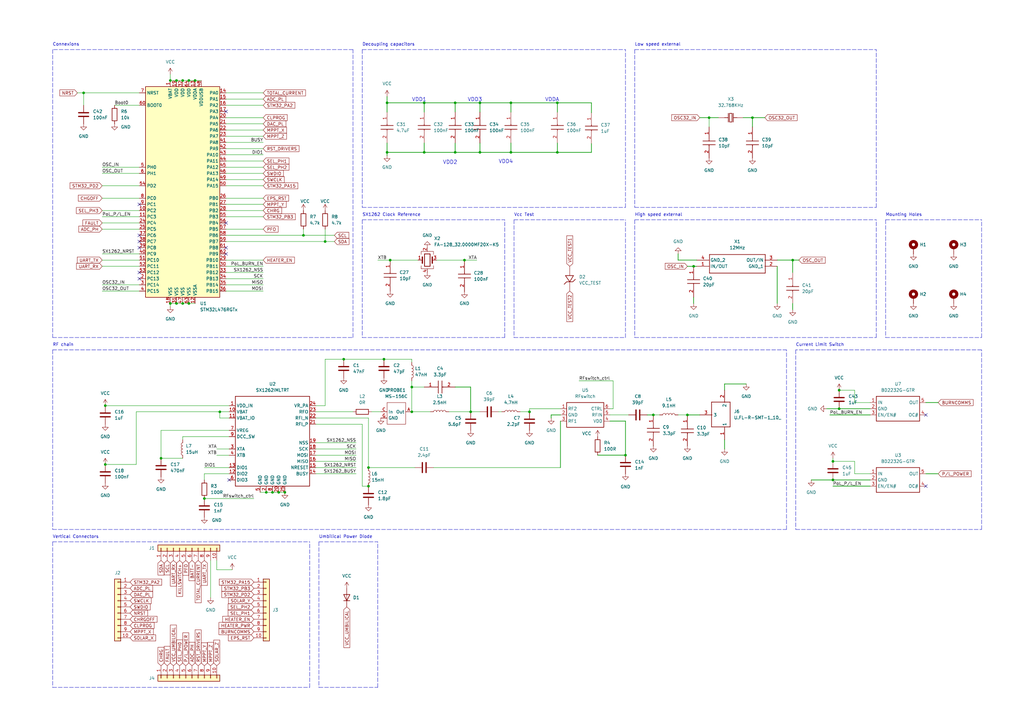
<source format=kicad_sch>
(kicad_sch (version 20211123) (generator eeschema)
  (paper "A3")
  (junction (at 158.75 62.4841))
  (junction (at 228.6 42.1641))
  (junction (at 209.55 42.1641))
  (junction (at 439.42 171.45))
  (junction (at 256.54 186.69))
  (junction (at 90.17 168.91))
  (junction (at 158.75 42.1641))
  (junction (at 190.5 106.68))
  (junction (at 72.39 33.02))
  (junction (at 69.85 124.46))
  (junction (at 43.18 190.5))
  (junction (at 341.63 196.85))
  (junction (at 228.6 62.4841))
  (junction (at 140.97 147.32))
  (junction (at 69.85 33.02))
  (junction (at 217.17 168.91))
  (junction (at 124.46 96.52))
  (junction (at 344.17 160.02))
  (junction (at 114.3 201.93))
  (junction (at 341.63 189.23))
  (junction (at 168.91 158.75))
  (junction (at 186.69 62.4841))
  (junction (at 186.69 42.1641))
  (junction (at 196.85 62.4841))
  (junction (at 116.84 201.93))
  (junction (at 77.47 33.02))
  (junction (at 284.48 109.2201))
  (junction (at 193.04 168.91))
  (junction (at 74.93 124.46))
  (junction (at 72.39 124.46))
  (junction (at 439.42 179.07))
  (junction (at 267.97 170.18))
  (junction (at 209.55 62.4841))
  (junction (at 160.02 106.68))
  (junction (at 196.85 42.1641))
  (junction (at 151.13 199.39))
  (junction (at 74.93 33.02))
  (junction (at 344.17 167.64))
  (junction (at 281.94 170.18))
  (junction (at 34.29 38.1))
  (junction (at 83.82 204.47))
  (junction (at 111.76 201.93))
  (junction (at 325.12 106.68))
  (junction (at 109.22 201.93))
  (junction (at 173.99 62.4841))
  (junction (at 308.61 48.26))
  (junction (at 168.91 168.91))
  (junction (at 80.01 33.02))
  (junction (at 43.18 166.37))
  (junction (at 133.35 99.06))
  (junction (at 290.83 48.26))
  (junction (at 77.47 124.46))
  (junction (at 151.13 191.77))
  (junction (at 173.99 42.1641))
  (junction (at 66.04 187.96))
  (junction (at 157.48 147.32))
  (no_connect (at 472.44 181.61))
  (no_connect (at 57.15 114.3))
  (no_connect (at 57.15 83.82))
  (no_connect (at 93.98 196.85))
  (no_connect (at 92.71 91.44))
  (no_connect (at 379.73 170.18))
  (no_connect (at 57.15 111.76))
  (no_connect (at 57.15 99.06))
  (no_connect (at 57.15 101.6))
  (no_connect (at 57.15 96.52))
  (no_connect (at 379.73 199.39))
  (no_connect (at 92.71 45.72))
  (no_connect (at 92.71 104.14))
  (no_connect (at 92.71 101.6))
  (wire (pts (xy 439.42 179.07) (xy 449.58 179.07)) (stroke (width 0.254)))
  (wire (pts (xy 74.93 124.46) (xy 77.47 124.46)))
  (polyline (pts (xy 260.35 90.17) (xy 359.41 90.17)))
  (polyline (pts (xy 21.59 222.25) (xy 127 222.25)))
  (wire (pts (xy 278.13 170.18) (xy 281.94 170.18)))
  (wire (pts (xy 88.9 233.68) (xy 95.25 233.68)))
  (polyline (pts (xy 154.94 281.94) (xy 154.94 222.25)))
  (wire (pts (xy 173.99 158.75) (xy 168.91 158.75)))
  (polyline (pts (xy 260.35 138.43) (xy 359.41 138.43)))
  (polyline (pts (xy 359.41 85.09) (xy 359.41 20.32)))
  (wire (pts (xy 74.93 180.34) (xy 74.93 179.07)))
  (polyline (pts (xy 144.78 20.32) (xy 21.59 20.32)))
  (wire (pts (xy 133.35 99.06) (xy 92.71 99.06)))
  (wire (pts (xy 160.02 106.68) (xy 171.45 106.68)))
  (polyline (pts (xy 326.39 143.51) (xy 326.39 217.17)))
  (wire (pts (xy 226.06 170.18) (xy 226.06 171.45)) (stroke (width 0.254)))
  (wire (pts (xy 107.95 55.88) (xy 92.71 55.88)))
  (wire (pts (xy 55.88 168.91) (xy 55.88 190.5)))
  (wire (pts (xy 151.13 171.45) (xy 151.13 191.77)))
  (wire (pts (xy 281.94 170.18) (xy 287.02 170.18)) (stroke (width 0.254)))
  (wire (pts (xy 148.59 199.39) (xy 151.13 199.39)))
  (wire (pts (xy 242.57 46.2282) (xy 242.57 42.1641)) (stroke (width 0.254)))
  (polyline (pts (xy 21.59 143.51) (xy 21.59 217.17)))
  (wire (pts (xy 86.36 229.87) (xy 86.36 245.11)))
  (wire (pts (xy 92.71 88.9) (xy 107.95 88.9)))
  (wire (pts (xy 107.95 48.26) (xy 92.71 48.26)))
  (wire (pts (xy 344.17 167.64) (xy 356.87 167.64)) (stroke (width 0.254)))
  (polyline (pts (xy 256.54 138.43) (xy 256.54 90.17)))
  (wire (pts (xy 72.39 33.02) (xy 74.93 33.02)))
  (wire (pts (xy 140.97 147.32) (xy 133.35 147.32)))
  (wire (pts (xy 34.29 43.18) (xy 34.29 38.1)))
  (wire (pts (xy 284.48 124.46) (xy 284.48 121.92)) (stroke (width 0.254)))
  (wire (pts (xy 106.68 201.93) (xy 109.22 201.93)))
  (wire (pts (xy 107.95 53.34) (xy 92.71 53.34)))
  (wire (pts (xy 332.74 196.85) (xy 341.63 196.85)) (stroke (width 0.254)))
  (wire (pts (xy 92.71 58.42) (xy 107.95 58.42)))
  (wire (pts (xy 281.94 109.22) (xy 285.75 109.22)) (stroke (width 0.254)))
  (wire (pts (xy 209.55 62.4841) (xy 196.85 62.4841)) (stroke (width 0.254)))
  (wire (pts (xy 129.54 184.15) (xy 146.05 184.15)))
  (wire (pts (xy 439.42 171.45) (xy 449.58 171.45)))
  (wire (pts (xy 318.77 109.22) (xy 318.77 124.46)) (stroke (width 0.254)))
  (polyline (pts (xy 21.59 281.94) (xy 127 281.94)))
  (wire (pts (xy 209.55 42.1641) (xy 196.85 42.1641)) (stroke (width 0.254)))
  (polyline (pts (xy 21.59 222.25) (xy 21.59 281.94)))
  (wire (pts (xy 297.18 157.48) (xy 297.18 160.02)) (stroke (width 0.254)))
  (wire (pts (xy 339.09 167.64) (xy 344.17 167.64)) (stroke (width 0.254)))
  (wire (pts (xy 114.3 201.93) (xy 116.84 201.93)))
  (polyline (pts (xy 21.59 217.17) (xy 322.58 217.17)))
  (wire (pts (xy 251.46 156.21) (xy 237.49 156.21)))
  (wire (pts (xy 158.75 62.4841) (xy 158.75 63.7541)) (stroke (width 0.254)))
  (wire (pts (xy 250.19 172.72) (xy 256.54 172.72)) (stroke (width 0.254)))
  (polyline (pts (xy 127 281.94) (xy 127 222.25)))
  (wire (pts (xy 107.95 71.12) (xy 92.71 71.12)))
  (wire (pts (xy 193.04 158.75) (xy 193.04 168.91)) (stroke (width 0.254)))
  (wire (pts (xy 41.91 106.68) (xy 57.15 106.68)))
  (polyline (pts (xy 148.59 90.17) (xy 207.01 90.17)))
  (polyline (pts (xy 402.59 217.17) (xy 402.59 143.51)))
  (wire (pts (xy 158.75 58.674) (xy 158.75 62.4841)) (stroke (width 0.254)))
  (wire (pts (xy 173.99 42.1641) (xy 186.69 42.1641)) (stroke (width 0.254)))
  (wire (pts (xy 242.57 58.9281) (xy 242.57 62.4841)) (stroke (width 0.254)))
  (wire (pts (xy 384.81 165.1) (xy 379.73 165.1)) (stroke (width 0.254)))
  (wire (pts (xy 270.51 170.18) (xy 267.97 170.18)))
  (wire (pts (xy 107.95 73.66) (xy 92.71 73.66)))
  (wire (pts (xy 173.99 58.674) (xy 173.99 62.4841)) (stroke (width 0.254)))
  (polyline (pts (xy 260.35 20.32) (xy 260.35 85.09)))
  (wire (pts (xy 41.91 68.58) (xy 57.15 68.58)))
  (polyline (pts (xy 210.82 138.43) (xy 256.54 138.43)))
  (wire (pts (xy 124.46 93.98) (xy 124.46 96.52)))
  (wire (pts (xy 109.22 201.93) (xy 111.76 201.93)))
  (wire (pts (xy 186.69 42.1641) (xy 196.85 42.1641)) (stroke (width 0.254)))
  (wire (pts (xy 356.87 165.1) (xy 350.52 165.1)))
  (wire (pts (xy 173.99 62.4841) (xy 158.75 62.4841)) (stroke (width 0.254)))
  (wire (pts (xy 107.95 60.96) (xy 92.71 60.96)))
  (wire (pts (xy 265.43 170.18) (xy 267.97 170.18)) (stroke (width 0.254)))
  (wire (pts (xy 152.4 168.91) (xy 156.21 168.91)))
  (polyline (pts (xy 148.59 85.09) (xy 256.54 85.09)))
  (polyline (pts (xy 148.59 90.17) (xy 148.59 138.43)))
  (wire (pts (xy 133.35 166.37) (xy 129.54 166.37)))
  (polyline (pts (xy 402.59 138.43) (xy 402.59 90.17)))
  (wire (pts (xy 83.82 191.77) (xy 93.98 191.77)))
  (wire (pts (xy 77.47 124.46) (xy 80.01 124.46)))
  (wire (pts (xy 245.11 186.69) (xy 256.54 186.69)) (stroke (width 0.254)))
  (wire (pts (xy 129.54 181.61) (xy 146.05 181.61)))
  (polyline (pts (xy 207.01 138.43) (xy 207.01 90.17)))
  (wire (pts (xy 256.54 172.72) (xy 256.54 186.69)) (stroke (width 0.254)))
  (wire (pts (xy 229.87 167.64) (xy 217.17 167.64)))
  (polyline (pts (xy 402.59 143.51) (xy 326.39 143.51)))
  (wire (pts (xy 88.9 233.68) (xy 88.9 229.87)))
  (wire (pts (xy 69.85 125.73) (xy 69.85 124.46)))
  (wire (pts (xy 157.48 147.32) (xy 140.97 147.32)))
  (wire (pts (xy 66.04 176.53) (xy 66.04 187.96)))
  (wire (pts (xy 46.99 43.18) (xy 57.15 43.18)))
  (wire (pts (xy 318.77 106.68) (xy 325.12 106.68)) (stroke (width 0.254)))
  (wire (pts (xy 251.46 167.64) (xy 250.19 167.64)))
  (wire (pts (xy 69.85 124.46) (xy 72.39 124.46)))
  (wire (pts (xy 341.63 196.85) (xy 356.87 196.85)) (stroke (width 0.254)))
  (wire (pts (xy 297.18 184.15) (xy 297.18 180.34)) (stroke (width 0.254)))
  (wire (pts (xy 107.95 40.64) (xy 92.71 40.64)))
  (wire (pts (xy 173.99 45.9741) (xy 173.99 42.1641)) (stroke (width 0.254)))
  (wire (pts (xy 179.07 106.68) (xy 190.5 106.68)))
  (wire (pts (xy 190.5 106.9341) (xy 190.5 106.68)))
  (wire (pts (xy 242.57 62.4841) (xy 228.6 62.4841)) (stroke (width 0.254)))
  (wire (pts (xy 151.13 191.77) (xy 170.18 191.77)))
  (wire (pts (xy 350.52 189.23) (xy 341.63 189.23)))
  (wire (pts (xy 41.91 86.36) (xy 57.15 86.36)))
  (wire (pts (xy 154.94 106.68) (xy 160.02 106.68)))
  (wire (pts (xy 107.95 43.18) (xy 92.71 43.18)))
  (polyline (pts (xy 260.35 85.09) (xy 359.41 85.09)))
  (wire (pts (xy 41.91 91.44) (xy 57.15 91.44)))
  (wire (pts (xy 228.6 62.4841) (xy 209.55 62.4841)) (stroke (width 0.254)))
  (wire (pts (xy 251.46 167.64) (xy 251.46 156.21)))
  (wire (pts (xy 43.18 166.37) (xy 93.98 166.37)))
  (wire (pts (xy 129.54 189.23) (xy 146.05 189.23)))
  (wire (pts (xy 217.17 167.64) (xy 217.17 168.91)))
  (wire (pts (xy 92.71 63.5) (xy 107.95 63.5)))
  (wire (pts (xy 290.83 48.26) (xy 290.83 52.07)))
  (wire (pts (xy 133.35 99.06) (xy 137.16 99.06)))
  (wire (pts (xy 229.87 170.18) (xy 226.06 170.18)) (stroke (width 0.254)))
  (wire (pts (xy 431.8 179.07) (xy 439.42 179.07)) (stroke (width 0.254)))
  (wire (pts (xy 443.23 181.61) (xy 449.58 181.61)) (stroke (width 0.254)))
  (wire (pts (xy 168.91 147.32) (xy 157.48 147.32)))
  (wire (pts (xy 90.17 171.45) (xy 93.98 171.45)))
  (wire (pts (xy 93.98 176.53) (xy 66.04 176.53)))
  (polyline (pts (xy 260.35 90.17) (xy 260.35 138.43)))
  (wire (pts (xy 124.46 96.52) (xy 137.16 96.52)))
  (wire (pts (xy 31.75 38.1) (xy 34.29 38.1)))
  (wire (pts (xy 151.13 171.45) (xy 129.54 171.45)))
  (wire (pts (xy 184.15 168.91) (xy 193.04 168.91)))
  (wire (pts (xy 313.69 48.26) (xy 308.61 48.26)) (stroke (width 0.254)))
  (wire (pts (xy 129.54 168.91) (xy 144.78 168.91)))
  (wire (pts (xy 325.12 127) (xy 325.12 124.46)) (stroke (width 0.254)))
  (wire (pts (xy 308.61 48.26) (xy 304.8 48.26)) (stroke (width 0.254)))
  (wire (pts (xy 77.47 33.02) (xy 80.01 33.02)))
  (wire (pts (xy 384.81 194.31) (xy 379.73 194.31)) (stroke (width 0.254)))
  (wire (pts (xy 111.76 201.93) (xy 114.3 201.93)))
  (wire (pts (xy 290.83 48.26) (xy 294.64 48.26)) (stroke (width 0.254)))
  (wire (pts (xy 325.12 106.68) (xy 325.12 111.76)) (stroke (width 0.254)))
  (polyline (pts (xy 359.41 138.43) (xy 359.41 90.17)))
  (wire (pts (xy 93.98 194.31) (xy 83.82 194.31)))
  (polyline (pts (xy 326.39 217.17) (xy 402.59 217.17)))
  (polyline (pts (xy 148.59 138.43) (xy 207.01 138.43)))
  (wire (pts (xy 341.63 199.39) (xy 356.87 199.39)) (stroke (width 0.254)))
  (wire (pts (xy 41.91 76.2) (xy 57.15 76.2)))
  (wire (pts (xy 308.61 52.07) (xy 308.61 48.26)) (stroke (width 0.254)))
  (wire (pts (xy 41.91 93.98) (xy 57.15 93.98)))
  (wire (pts (xy 267.97 182.88) (xy 267.97 182.8799)) (stroke (width 0.254)))
  (polyline (pts (xy 130.81 222.25) (xy 154.94 222.25)))
  (polyline (pts (xy 21.59 138.43) (xy 144.78 138.43)))
  (wire (pts (xy 90.17 168.91) (xy 90.17 171.45)))
  (wire (pts (xy 107.95 86.36) (xy 92.71 86.36)))
  (wire (pts (xy 449.58 176.53) (xy 449.58 171.45)))
  (polyline (pts (xy 322.58 217.17) (xy 322.58 143.51)))
  (polyline (pts (xy 148.59 20.32) (xy 256.54 20.32)))
  (wire (pts (xy 129.54 194.31) (xy 146.05 194.31)))
  (wire (pts (xy 88.9 184.15) (xy 93.98 184.15)))
  (wire (pts (xy 92.71 93.98) (xy 107.95 93.98)))
  (polyline (pts (xy 130.81 222.25) (xy 130.81 281.94)))
  (polyline (pts (xy 256.54 85.09) (xy 256.54 20.32)))
  (wire (pts (xy 168.91 168.91) (xy 176.53 168.91)))
  (wire (pts (xy 158.75 42.1641) (xy 158.75 45.9741)) (stroke (width 0.254)))
  (wire (pts (xy 83.82 194.31) (xy 83.82 196.85)))
  (wire (pts (xy 41.91 81.28) (xy 57.15 81.28)))
  (wire (pts (xy 350.52 165.1) (xy 350.52 160.02)))
  (wire (pts (xy 92.71 96.52) (xy 124.46 96.52)))
  (wire (pts (xy 350.52 194.31) (xy 350.52 189.23)))
  (wire (pts (xy 41.91 116.84) (xy 57.15 116.84)))
  (wire (pts (xy 350.52 160.02) (xy 344.17 160.02)))
  (wire (pts (xy 278.13 106.68) (xy 278.13 104.14)) (stroke (width 0.254)))
  (polyline (pts (xy 21.59 20.32) (xy 21.59 138.43)))
  (wire (pts (xy 168.91 148.59) (xy 168.91 147.32)))
  (wire (pts (xy 41.91 104.14) (xy 57.15 104.14)))
  (polyline (pts (xy 260.35 20.32) (xy 359.41 20.32)))
  (wire (pts (xy 41.91 71.12) (xy 57.15 71.12)))
  (wire (pts (xy 177.8 191.77) (xy 229.87 191.77)))
  (wire (pts (xy 158.75 39.6241) (xy 158.75 42.1641)) (stroke (width 0.254)))
  (wire (pts (xy 107.95 50.8) (xy 92.71 50.8)))
  (polyline (pts (xy 210.82 90.17) (xy 210.82 138.43)))
  (wire (pts (xy 186.69 42.1641) (xy 186.69 45.9741)) (stroke (width 0.254)))
  (wire (pts (xy 213.36 168.91) (xy 217.17 168.91)))
  (wire (pts (xy 92.71 114.3) (xy 107.95 114.3)))
  (wire (pts (xy 107.95 119.38) (xy 92.71 119.38)))
  (wire (pts (xy 88.9 186.69) (xy 93.98 186.69)))
  (wire (pts (xy 104.14 204.47) (xy 83.82 204.47)))
  (wire (pts (xy 107.95 109.22) (xy 92.71 109.22)))
  (polyline (pts (xy 144.78 138.43) (xy 144.78 20.32)))
  (wire (pts (xy 196.85 58.674) (xy 196.85 62.4841)) (stroke (width 0.254)))
  (wire (pts (xy 107.95 38.1) (xy 92.71 38.1)))
  (wire (pts (xy 242.57 42.1641) (xy 228.6 42.1641)) (stroke (width 0.254)))
  (wire (pts (xy 80.01 33.02) (xy 82.55 33.02)))
  (wire (pts (xy 168.91 158.75) (xy 168.91 156.21)))
  (wire (pts (xy 129.54 191.77) (xy 146.05 191.77)))
  (wire (pts (xy 55.88 190.5) (xy 43.18 190.5)))
  (wire (pts (xy 74.93 179.07) (xy 93.98 179.07)))
  (polyline (pts (xy 363.22 90.17) (xy 402.59 90.17)))
  (wire (pts (xy 133.35 93.98) (xy 133.35 99.06)))
  (wire (pts (xy 92.71 111.76) (xy 107.95 111.76)))
  (wire (pts (xy 186.69 158.75) (xy 193.04 158.75)) (stroke (width 0.254)))
  (polyline (pts (xy 148.59 20.32) (xy 148.59 85.09)))
  (wire (pts (xy 287.02 48.26) (xy 290.83 48.26)) (stroke (width 0.254)))
  (wire (pts (xy 477.52 176.53) (xy 472.44 176.53)) (stroke (width 0.254)))
  (wire (pts (xy 74.93 33.02) (xy 77.47 33.02)))
  (wire (pts (xy 229.87 172.72) (xy 229.87 191.77)) (stroke (width 0.254)))
  (wire (pts (xy 55.88 168.91) (xy 90.17 168.91)))
  (wire (pts (xy 107.95 68.58) (xy 92.71 68.58)))
  (wire (pts (xy 278.13 106.68) (xy 285.75 106.68)) (stroke (width 0.254)))
  (wire (pts (xy 69.85 30.48) (xy 69.85 33.02)))
  (wire (pts (xy 186.69 62.4841) (xy 196.85 62.4841)) (stroke (width 0.254)))
  (wire (pts (xy 34.29 38.1) (xy 57.15 38.1)))
  (wire (pts (xy 69.85 33.02) (xy 72.39 33.02)))
  (polyline (pts (xy 210.82 90.17) (xy 256.54 90.17)))
  (wire (pts (xy 228.6 45.9741) (xy 228.6 42.1641)) (stroke (width 0.254)))
  (wire (pts (xy 257.81 170.18) (xy 250.19 170.18)))
  (wire (pts (xy 107.95 83.82) (xy 92.71 83.82)))
  (wire (pts (xy 209.55 45.9741) (xy 209.55 42.1641)) (stroke (width 0.254)))
  (wire (pts (xy 306.07 157.48) (xy 297.18 157.48)) (stroke (width 0.254)))
  (wire (pts (xy 228.6 42.1641) (xy 209.55 42.1641)) (stroke (width 0.254)))
  (wire (pts (xy 186.69 62.4841) (xy 186.69 58.674)) (stroke (width 0.254)))
  (wire (pts (xy 148.59 173.99) (xy 129.54 173.99)))
  (wire (pts (xy 41.91 88.9) (xy 57.15 88.9)))
  (wire (pts (xy 341.63 187.96) (xy 341.63 189.23)))
  (wire (pts (xy 340.36 170.18) (xy 356.87 170.18)) (stroke (width 0.254)))
  (wire (pts (xy 133.35 147.32) (xy 133.35 166.37)))
  (polyline (pts (xy 363.22 138.43) (xy 402.59 138.43)))
  (wire (pts (xy 195.58 106.68) (xy 190.5 106.68)))
  (wire (pts (xy 204.47 168.91) (xy 205.74 168.91)))
  (wire (pts (xy 107.95 116.84) (xy 92.71 116.84)))
  (wire (pts (xy 72.39 124.46) (xy 74.93 124.46)))
  (wire (pts (xy 327.66 106.68) (xy 325.12 106.68)) (stroke (width 0.254)))
  (wire (pts (xy 107.95 66.04) (xy 92.71 66.04)))
  (wire (pts (xy 107.95 76.2) (xy 92.71 76.2)))
  (wire (pts (xy 173.99 42.1641) (xy 158.75 42.1641)) (stroke (width 0.254)))
  (wire (pts (xy 107.95 81.28) (xy 92.71 81.28)))
  (wire (pts (xy 41.91 119.38) (xy 57.15 119.38)))
  (wire (pts (xy 228.6 58.674) (xy 228.6 62.4841)) (stroke (width 0.254)))
  (wire (pts (xy 209.55 58.674) (xy 209.55 62.4841)) (stroke (width 0.254)))
  (wire (pts (xy 107.95 106.68) (xy 92.71 106.68)))
  (wire (pts (xy 193.04 168.91) (xy 196.85 168.91)))
  (wire (pts (xy 148.59 173.99) (xy 148.59 199.39)))
  (wire (pts (xy 168.91 158.75) (xy 168.91 168.91)))
  (polyline (pts (xy 130.81 281.94) (xy 154.94 281.94)))
  (wire (pts (xy 356.87 194.31) (xy 350.52 194.31)))
  (wire (pts (xy 90.17 168.91) (xy 93.98 168.91)))
  (wire (pts (xy 173.99 62.4841) (xy 186.69 62.4841)) (stroke (width 0.254)))
  (wire (pts (xy 196.85 42.1641) (xy 196.85 45.9741)) (stroke (width 0.254)))
  (polyline (pts (xy 363.22 90.17) (xy 363.22 138.43)))
  (polyline (pts (xy 21.59 143.51) (xy 322.58 143.51)))
  (wire (pts (xy 41.91 109.22) (xy 57.15 109.22)))
  (wire (pts (xy 66.04 187.96) (xy 74.93 187.96)))
  (wire (pts (xy 129.54 186.69) (xy 146.05 186.69)))
  (text "VDD2" (at 181.61 67.5641 180) (effects (font (size 1.524 1.524)) (justify left bottom)))
  (text "To be done in PL2 board" (at 448.31 165.1 0) (effects (font (size 1.27 1.27)) (justify left bottom)))
  (text "Decoupling capacitors" (at 148.59 19.05 180) (effects (font (size 1.27 1.27)) (justify left bottom)))
  (text "RF chain" (at 21.59 142.24 0) (effects (font (size 1.27 1.27)) (justify left bottom)))
  (text "SX1262 Clock Reference" (at 148.59 88.9001 0) (effects (font (size 1.27 1.27)) (justify left bottom)))
  (text "Umbilical Power Diode" (at 130.81 220.98 0) (effects (font (size 1.27 1.27)) (justify left bottom)))
  (text "VDD1" (at 168.91 41.8466 180) (effects (font (size 1.524 1.524)) (justify left bottom)))
  (text "Vcc Test" (at 210.82 88.9 0) (effects (font (size 1.27 1.27)) (justify left bottom)))
  (text "Low speed external" (at 260.35 19.05 180) (effects (font (size 1.27 1.27)) (justify left bottom)))
  (text "Vertical Connectors" (at 21.59 220.98 0) (effects (font (size 1.27 1.27)) (justify left bottom)))
  (text "Connexions" (at 21.59 19.05 180) (effects (font (size 1.27 1.27)) (justify left bottom)))
  (text "VDD3" (at 191.77 41.8466 180) (effects (font (size 1.524 1.524)) (justify left bottom)))
  (text "VDDA" (at 223.52 41.8466 180) (effects (font (size 1.524 1.524)) (justify left bottom)))
  (text "High speed external" (at 260.35 88.9 180) (effects (font (size 1.27 1.27)) (justify left bottom)))
  (text "Mounting Holes" (at 363.22 88.9 0) (effects (font (size 1.27 1.27)) (justify left bottom)))
  (text "VDD4" (at 204.47 67.2466 180) (effects (font (size 1.524 1.524)) (justify left bottom)))
  (text "Current Limit Switch" (at 326.39 142.24 0) (effects (font (size 1.27 1.27)) (justify left bottom)))
  (label "XTB" (at 154.94 106.68 0))
  (label "MISO" (at 146.05 189.23 180))
  (label "MISO" (at 107.95 116.84 180))
  (label "SCK" (at 146.05 184.15 180))
  (label "PoL_BURN_EN" (at 340.36 170.18 0))
  (label "XTA" (at 195.58 106.68 180))
  (label "OSC_OUT" (at 41.91 71.12 0))
  (label "RFswitch_ctrl" (at 237.49 156.21 0))
  (label "XTB" (at 88.9 186.69 180))
  (label "SX1262_NSS" (at 146.05 181.61 180))
  (label "OSC_IN" (at 41.91 68.58 0))
  (label "DIO1" (at 107.95 63.5 180))
  (label "SX1262_NSS" (at 107.95 111.76 180))
  (label "OSC32_OUT" (at 41.91 119.38 0))
  (label "RFswitch_ctrl" (at 104.14 204.47 180))
  (label "PoL_P{slash}L_EN" (at 341.63 199.39 0))
  (label "XTA" (at 88.9 184.15 180))
  (label "MOSI" (at 107.95 119.38 180))
  (label "OSC32_IN" (at 41.91 116.84 0))
  (label "SX1262_NRST" (at 146.05 191.77 180))
  (label "MOSI" (at 146.05 186.69 180))
  (label "SX1262_NRST" (at 41.91 104.14 0))
  (label "PoL_P{slash}L_EN" (at 41.91 88.9 0))
  (label "DIO1" (at 83.82 191.77 0))
  (label "SCK" (at 107.95 114.3 180))
  (label "Boot0" (at 46.99 43.18 0))
  (label "BUSY" (at 107.95 58.42 180))
  (label "PoL_BURN_EN" (at 107.95 109.22 180))
  (label "SX1262_BUSY" (at 146.05 194.31 180))
  (global_label "P{slash}L_POWER" (shape input) (at 76.2 273.05 90) (property "Intersheet References" "${INTERSHEET_REFS}" (effects hide)))
  (global_label "CHGOFF" (shape input) (at 41.91 81.28 180) (property "Intersheet References" "${INTERSHEET_REFS}" (effects hide)))
  (global_label "ADC_PH" (shape input) (at 41.91 93.98 180) (property "Intersheet References" "${INTERSHEET_REFS}" (effects hide)))
  (global_label "MPPT_Z" (shape input) (at 107.95 55.88 0) (property "Intersheet References" "${INTERSHEET_REFS}" (effects hide)))
  (global_label "P/L2BURN_OBC" (shape input) (at 443.23 181.61 180) (property "Intersheet References" "${INTERSHEET_REFS}" (effects hide)))
  (global_label "EPS_RST" (shape input) (at 107.95 81.28 0) (property "Intersheet References" "${INTERSHEET_REFS}" (effects hide)))
  (global_label "RST_DRIVERS" (shape input) (at 81.28 273.05 90) (property "Intersheet References" "${INTERSHEET_REFS}" (effects hide)))
  (global_label "HEATER_EN" (shape input) (at 104.14 254 180) (property "Intersheet References" "${INTERSHEET_REFS}" (effects hide)))
  (global_label "FAULT" (shape input) (at 41.91 91.44 180) (property "Intersheet References" "${INTERSHEET_REFS}" (effects hide)))
  (global_label "SWDIO" (shape input) (at 107.95 71.12 0) (property "Intersheet References" "${INTERSHEET_REFS}" (effects hide)))
  (global_label "STM32_PA15" (shape input) (at 107.95 76.2 0) (property "Intersheet References" "${INTERSHEET_REFS}" (effects hide)))
  (global_label "STM32_PA15" (shape input) (at 104.14 238.76 180) (property "Intersheet References" "${INTERSHEET_REFS}" (effects hide)))
  (global_label "SWDIO" (shape input) (at 53.34 248.92 0) (property "Intersheet References" "${INTERSHEET_REFS}" (effects hide)))
  (global_label "SEL_PH1" (shape input) (at 104.14 251.46 180) (property "Intersheet References" "${INTERSHEET_REFS}" (effects hide)))
  (global_label "SWCLK" (shape input) (at 107.95 73.66 0) (property "Intersheet References" "${INTERSHEET_REFS}" (effects hide)))
  (global_label "OSC32_OUT" (shape input) (at 313.69 48.26 0) (property "Intersheet References" "${INTERSHEET_REFS}" (effects hide)))
  (global_label "DAC_PL" (shape input) (at 107.95 50.8 0) (property "Intersheet References" "${INTERSHEET_REFS}" (effects hide)))
  (global_label "NRST" (shape input) (at 31.75 38.1 180) (property "Intersheet References" "${INTERSHEET_REFS}" (effects hide)))
  (global_label "ADC_PL" (shape input) (at 53.34 241.3 0) (property "Intersheet References" "${INTERSHEET_REFS}" (effects hide)))
  (global_label "VCC_UMBILICAL" (shape input) (at 71.12 273.05 90) (property "Intersheet References" "${INTERSHEET_REFS}" (effects hide)))
  (global_label "SDA" (shape input) (at 66.04 229.87 270) (property "Intersheet References" "${INTERSHEET_REFS}" (effects hide)))
  (global_label "SEL_PH0" (shape input) (at 73.66 273.05 90) (property "Intersheet References" "${INTERSHEET_REFS}" (effects hide)))
  (global_label "STM32_PA2" (shape input) (at 53.34 238.76 0) (property "Intersheet References" "${INTERSHEET_REFS}" (effects hide)))
  (global_label "ADC_PH" (shape input) (at 78.74 273.05 90) (property "Intersheet References" "${INTERSHEET_REFS}" (effects hide)))
  (global_label "OSC32_IN" (shape input) (at 287.02 48.26 180) (property "Intersheet References" "${INTERSHEET_REFS}" (effects hide)))
  (global_label "FAULT" (shape input) (at 68.58 273.05 90) (property "Intersheet References" "${INTERSHEET_REFS}" (effects hide)))
  (global_label "SDA" (shape input) (at 137.16 99.06 0) (property "Intersheet References" "${INTERSHEET_REFS}" (effects hide)))
  (global_label "TOTAL_CURRENT" (shape input) (at 81.28 229.87 270) (property "Intersheet References" "${INTERSHEET_REFS}" (effects hide)))
  (global_label "UART_TX" (shape input) (at 83.82 229.87 270) (property "Intersheet References" "${INTERSHEET_REFS}" (effects hide)))
  (global_label "MPPT_X" (shape input) (at 53.34 259.08 0) (property "Intersheet References" "${INTERSHEET_REFS}" (effects hide)))
  (global_label "UART_TX" (shape input) (at 41.91 106.68 180) (property "Intersheet References" "${INTERSHEET_REFS}" (effects hide)))
  (global_label "SOLAR_Z" (shape input) (at 88.9 273.05 90) (property "Intersheet References" "${INTERSHEET_REFS}" (effects hide)))
  (global_label "UART_RX" (shape input) (at 71.12 229.87 270) (property "Intersheet References" "${INTERSHEET_REFS}" (effects hide)))
  (global_label "UART_RX" (shape input) (at 41.91 109.22 180) (property "Intersheet References" "${INTERSHEET_REFS}" (effects hide)))
  (global_label "MPPT_X" (shape input) (at 107.95 53.34 0) (property "Intersheet References" "${INTERSHEET_REFS}" (effects hide)))
  (global_label "DAC_PL" (shape input) (at 53.34 243.84 0) (property "Intersheet References" "${INTERSHEET_REFS}" (effects hide)))
  (global_label "SCL" (shape input) (at 68.58 229.87 270) (property "Intersheet References" "${INTERSHEET_REFS}" (effects hide)))
  (global_label "SEL_PH2" (shape input) (at 104.14 248.92 180) (property "Intersheet References" "${INTERSHEET_REFS}" (effects hide)))
  (global_label "EPS_RST" (shape input) (at 104.14 261.62 180) (property "Intersheet References" "${INTERSHEET_REFS}" (effects hide)))
  (global_label "P/L2BURN" (shape input) (at 477.52 176.53 0) (property "Intersheet References" "${INTERSHEET_REFS}" (effects hide)))
  (global_label "CHRG" (shape input) (at 66.04 273.05 90) (property "Intersheet References" "${INTERSHEET_REFS}" (effects hide)))
  (global_label "SCL" (shape input) (at 137.16 96.52 0) (property "Intersheet References" "${INTERSHEET_REFS}" (effects hide)))
  (global_label "OSC_OUT" (shape input) (at 327.66 106.68 0) (property "Intersheet References" "${INTERSHEET_REFS}" (effects hide)))
  (global_label "HEATER_EN" (shape input) (at 107.95 106.68 0) (property "Intersheet References" "${INTERSHEET_REFS}" (effects hide)))
  (global_label "CHRGOFF" (shape input) (at 53.34 254 0) (property "Intersheet References" "${INTERSHEET_REFS}" (effects hide)))
  (global_label "STM32_PD2" (shape input) (at 41.91 76.2 180) (property "Intersheet References" "${INTERSHEET_REFS}" (effects hide)))
  (global_label "HEATER_PWR" (shape input) (at 104.14 256.54 180) (property "Intersheet References" "${INTERSHEET_REFS}" (effects hide)))
  (global_label "STM32_PD2" (shape input) (at 104.14 243.84 180) (property "Intersheet References" "${INTERSHEET_REFS}" (effects hide)))
  (global_label "VCC_TEST1" (shape input) (at 233.68 109.22 90) (property "Intersheet References" "${INTERSHEET_REFS}" (effects hide)))
  (global_label "NRST" (shape input) (at 53.34 251.46 0) (property "Intersheet References" "${INTERSHEET_REFS}" (effects hide)))
  (global_label "CLPROG" (shape input) (at 107.95 48.26 0) (property "Intersheet References" "${INTERSHEET_REFS}" (effects hide)))
  (global_label "STM32_PB3" (shape input) (at 107.95 88.9 0) (property "Intersheet References" "${INTERSHEET_REFS}" (effects hide)))
  (global_label "P/L_POWER" (shape input) (at 384.81 194.31 0) (property "Intersheet References" "${INTERSHEET_REFS}" (effects hide)))
  (global_label "SOLAR_Y" (shape input) (at 104.14 246.38 180) (property "Intersheet References" "${INTERSHEET_REFS}" (effects hide)))
  (global_label "VCC_TEST2" (shape input) (at 233.68 119.38 270) (property "Intersheet References" "${INTERSHEET_REFS}" (effects hide)))
  (global_label "BURNCOMMS" (shape input) (at 104.14 259.08 180) (property "Intersheet References" "${INTERSHEET_REFS}" (effects hide)))
  (global_label "CHRG" (shape input) (at 107.95 86.36 0) (property "Intersheet References" "${INTERSHEET_REFS}" (effects hide)))
  (global_label "MPPT_Y" (shape input) (at 83.82 273.05 90) (property "Intersheet References" "${INTERSHEET_REFS}" (effects hide)))
  (global_label "ADC_PL" (shape input) (at 107.95 40.64 0) (property "Intersheet References" "${INTERSHEET_REFS}" (effects hide)))
  (global_label "PFO" (shape input) (at 107.95 93.98 0) (property "Intersheet References" "${INTERSHEET_REFS}" (effects hide)))
  (global_label "PFO" (shape input) (at 76.2 229.87 270) (property "Intersheet References" "${INTERSHEET_REFS}" (effects hide)))
  (global_label "TOTAL_CURRENT" (shape input) (at 107.95 38.1 0) (property "Intersheet References" "${INTERSHEET_REFS}" (effects hide)))
  (global_label "SEL_PH3" (shape input) (at 41.91 86.36 180) (property "Intersheet References" "${INTERSHEET_REFS}" (effects hide)))
  (global_label "SEL_PH1" (shape input) (at 107.95 66.04 0) (property "Intersheet References" "${INTERSHEET_REFS}" (effects hide)))
  (global_label "SOLAR_X" (shape input) (at 53.34 261.62 0) (property "Intersheet References" "${INTERSHEET_REFS}" (effects hide)))
  (global_label "RST_DRIVERS" (shape input) (at 107.95 60.96 0) (property "Intersheet References" "${INTERSHEET_REFS}" (effects hide)))
  (global_label "KILLSWITCH+" (shape input) (at 73.66 229.87 270) (property "Intersheet References" "${INTERSHEET_REFS}" (effects hide)))
  (global_label "OSC_IN" (shape input) (at 281.94 109.22 180) (property "Intersheet References" "${INTERSHEET_REFS}" (effects hide)))
  (global_label "STM32_PB3" (shape input) (at 104.14 241.3 180) (property "Intersheet References" "${INTERSHEET_REFS}" (effects hide)))
  (global_label "SEL_PH2" (shape input) (at 107.95 68.58 0) (property "Intersheet References" "${INTERSHEET_REFS}" (effects hide)))
  (global_label "BURNCOMMS" (shape input) (at 384.81 165.1 0) (property "Intersheet References" "${INTERSHEET_REFS}" (effects hide)))
  (global_label "VCC_UMBILICAL" (shape input) (at 142.24 248.92 270) (property "Intersheet References" "${INTERSHEET_REFS}" (effects hide)))
  (global_label "STM32_PA2" (shape input) (at 107.95 43.18 0) (property "Intersheet References" "${INTERSHEET_REFS}" (effects hide)))
  (global_label "BATT-" (shape input) (at 78.74 229.87 270) (property "Intersheet References" "${INTERSHEET_REFS}" (effects hide)))
  (global_label "CLPROG" (shape input) (at 53.34 256.54 0) (property "Intersheet References" "${INTERSHEET_REFS}" (effects hide)))
  (global_label "MPPT_Z" (shape input) (at 86.36 273.05 90) (property "Intersheet References" "${INTERSHEET_REFS}" (effects hide)))
  (global_label "SWCLK" (shape input) (at 53.34 246.38 0) (property "Intersheet References" "${INTERSHEET_REFS}" (effects hide)))
  (global_label "MPPT_Y" (shape input) (at 107.95 83.82 0) (property "Intersheet References" "${INTERSHEET_REFS}" (effects hide)))
  (symbol (lib_id "Device:C") (at 157.48 151.13 0) (unit 1)
    (property "Reference" "C2" (at 161.29 149.8599 0) (effects (justify left)))
    (property "Value" "47pF" (at 161.29 152.3999 0) (effects (justify left)))
    (property "SPICEPRE" "C" (effects hide))
    (property "SPICESYMBOLNAME" "GRM1555C1H470FA01D" (effects hide))
  )
  (symbol (lib_id "power:GND") (at 116.84 201.93 0) (unit 1)
    (property "Reference" "#PWR0112" (effects hide))
    (property "Value" "GND" (at 116.84 207.01 0))
  )
  (symbol (lib_id "power:GND") (at 308.61 64.77 0) (unit 1)
    (property "Reference" "#PWR0122" (effects hide))
    (property "Value" "GND" (at 308.61 69.85 0))
  )
  (symbol (lib_id "power:VCC") (at 439.42 171.45 0) (unit 1)
    (property "Reference" "#PWR0135" (effects hide))
    (property "Value" "VCC" (at 439.42 166.37 0))
  )
  (symbol (lib_id "power:GND") (at 175.26 101.6 180) (unit 1)
    (property "Reference" "#PWR0114" (effects hide))
    (property "Value" "GND" (at 175.26 96.52 0))
  )
  (symbol (lib_id "power:GND") (at 157.48 154.94 0) (unit 1)
    (property "Reference" "#PWR0129" (effects hide))
    (property "Value" "GND" (at 157.48 160.02 0))
  )
  (symbol (lib_id "power:GND") (at 306.07 157.48 0) (unit 1)
    (property "Reference" "#PWR0131" (effects hide))
    (property "Value" "GND" (at 306.07 162.56 0))
  )
  (symbol (lib_id "COMMS-altium-import:0_BD2232G-GTR") (at 461.01 179.07 0) (unit 1)
    (property "Reference" "U4" (at 461.01 168.91 0))
    (property "Value" "BD2232G-GTR" (at 461.01 171.45 0))
    (property "BOM_SUPPLIER" "LCSC" (effects hide))
    (property "BOM_SUPPLIER PART" "C308588" (effects hide))
    (property "BOM_MANUFACTURER" "ROHM Semicon" (effects hide))
    (property "BOM_MANUFACTURER PART" "BD2232G-GTR" (effects hide))
    (property "CONTRIBUTOR" "LCSC" (effects hide))
    (property "BOM_JLCPCB PART CLASS" "Extended Part" (effects hide))
    (property "SPICEPRE" "U" (effects hide))
    (property "SPICESYMBOLNAME" "BD2232G-GTR" (effects hide))
  )
  (symbol (lib_id "power:GND") (at 332.74 196.85 0) (unit 1)
    (property "Reference" "#PWR0133" (effects hide))
    (property "Value" "GND" (at 332.74 201.93 0))
  )
  (symbol (lib_id "COMMS-altium-import:0_BD2232G-GTR") (at 368.3 167.64 0) (unit 1)
    (property "Reference" "U7" (at 368.3 157.48 0))
    (property "Value" "BD2232G-GTR" (at 368.3 160.02 0))
    (property "BOM_SUPPLIER" "LCSC" (effects hide))
    (property "BOM_SUPPLIER PART" "C308588" (effects hide))
    (property "BOM_MANUFACTURER" "ROHM Semicon" (effects hide))
    (property "BOM_MANUFACTURER PART" "BD2232G-GTR" (effects hide))
    (property "CONTRIBUTOR" "LCSC" (effects hide))
    (property "BOM_JLCPCB PART CLASS" "Extended Part" (effects hide))
    (property "SPICEPRE" "U" (effects hide))
    (property "SPICESYMBOLNAME" "BD2232G-GTR" (effects hide))
  )
  (symbol (lib_id "power:VCC") (at 133.35 86.36 0) (mirror y) (unit 1)
    (property "Reference" "#PWR0141" (effects hide))
    (property "Value" "VCC" (at 133.35 82.55 0))
  )
  (symbol (lib_id "power:GND") (at 43.18 173.99 0) (unit 1)
    (property "Reference" "#PWR0103" (effects hide))
    (property "Value" "GND" (at 43.18 179.07 0))
  )
  (symbol (lib_id "Device:C") (at 43.18 170.18 0) (unit 1)
    (property "Reference" "C16" (at 46.99 168.9099 0) (effects (justify left)))
    (property "Value" "1uF" (at 46.99 171.4499 0) (effects (justify left)))
    (property "SPICEPRE" "C" (effects hide))
    (property "SPICESYMBOLNAME" "06033D105KAT2A" (effects hide))
  )
  (symbol (lib_id "COMMS-altium-import:3_4.7uF") (at 158.75 52.07 0) (unit 1)
    (property "Reference" "C31" (at 162.56 50.9911 0) (effects (justify left)))
    (property "Value" "4.7uF" (at 162.56 53.5311 0) (effects (justify left)))
    (property "Footprint" "Capacitor_SMD:C_0603_1608Metric" (effects hide))
    (property "SPICEPRE" "C" (effects hide))
    (property "SPICESYMBOLNAME" "GRT188R61E475KE13D" (effects hide))
  )
  (symbol (lib_id "COMMS-altium-import:0_RFswitch") (at 240.03 170.18 0) (unit 1)
    (property "Reference" "U5" (at 240.03 160.02 0))
    (property "Value" "RFswitch" (at 240.03 162.56 0))
    (property "BOM_SUPPLIER" "LCSC" (effects hide))
    (property "BOM_SUPPLIER PART" "C1854968" (effects hide))
    (property "BOM_MANUFACTURER" "Infineon(英飞凌)" (effects hide))
    (property "BOM_MANUFACTURER PART" "BGS12WN6E6327XTSA1" (effects hide))
    (property "CONTRIBUTOR" "LCSC" (effects hide))
    (property "BOM_JLCPCB PART CLASS" "Extended Part" (effects hide))
    (property "SPICEPRE" "U" (effects hide))
    (property "SPICESYMBOLNAME" "BGS12WN6E6327XTSA1" (effects hide))
  )
  (symbol (lib_id "power:VCC") (at 95.25 233.68 0) (unit 1)
    (property "Reference" "#PWR?" (effects hide))
    (property "Value" "VCC" (at 95.25 228.6 0))
  )
  (symbol (lib_id "power:GND") (at 325.12 127 0) (unit 1)
    (property "Reference" "#PWR0124" (effects hide))
    (property "Value" "GND" (at 325.12 132.08 0))
  )
  (symbol (lib_id "COMMS-altium-import:0_VCC_TEST") (at 233.68 114.3 90) (unit 1)
    (property "Reference" "D2" (at 237.49 113.5379 90) (effects (justify right)))
    (property "Value" "VCC_TEST" (at 237.49 116.0779 90) (effects (justify right)))
    (property "BOM_SUPPLIER" "LCSC" (effects hide))
    (property "BOM_SUPPLIER PART" "C253498" (effects hide))
    (property "BOM_MANUFACTURER" "ROHM Semicon" (effects hide))
    (property "BOM_MANUFACTURER PART" "PDZVTR4.7B" (effects hide))
    (property "CONTRIBUTOR" "LCSC" (effects hide))
    (property "BOM_JLCPCB PART CLASS" "Extended Part" (effects hide))
    (property "SPICEPRE" "D" (effects hide))
    (property "SPICESYMBOLNAME" "PDZVTR4.7B" (effects hide))
  )
  (symbol (lib_id "Device:R") (at 245.11 182.88 0) (unit 1)
    (property "Reference" "R4" (at 247.65 181.6099 0) (effects (justify left)))
    (property "Value" "100R" (at 247.65 184.1499 0) (effects (justify left)))
    (property "CONTRIBUTOR" "danielCOMMS" (effects hide))
    (property "SPICEPRE" "R" (effects hide))
    (property "SPICESYMBOLNAME" "RC0603JR-07100RL" (effects hide))
  )
  (symbol (lib_id "power:GND") (at 43.18 198.12 0) (unit 1)
    (property "Reference" "#PWR0105" (effects hide))
    (property "Value" "GND" (at 43.18 203.2 0))
  )
  (symbol (lib_id "COMMS-altium-import:0_12MHz") (at 302.26 107.95 0) (unit 1)
    (property "Reference" "X1" (at 302.4111 99.06 0))
    (property "Value" "12MHz" (at 302.4111 101.6 0))
    (property "CONTRIBUTOR" "danielCOMMS" (effects hide))
    (property "SPICEPRE" "Y" (effects hide))
    (property "SPICESYMBOLNAME" "ECS-120-18-33-JEM-TR3" (effects hide))
  )
  (symbol (lib_id "power:VCC") (at 341.63 187.96 0) (unit 1)
    (property "Reference" "#PWR0137" (effects hide))
    (property "Value" "VCC" (at 341.63 182.88 0))
  )
  (symbol (lib_id "power:GND") (at 175.26 111.76 0) (unit 1)
    (property "Reference" "#PWR0110" (effects hide))
    (property "Value" "GND" (at 175.26 116.84 0))
  )
  (symbol (lib_id "power:GND") (at 66.04 195.58 0) (unit 1)
    (property "Reference" "#PWR0101" (effects hide))
    (property "Value" "GND" (at 66.04 200.66 0))
  )
  (symbol (lib_id "Connector_Generic:Conn_01x10") (at 76.2 278.13 90) (mirror x) (unit 1)
    (property "Reference" "J4" (at 63.5 278.1299 90) (effects (justify left)))
    (property "Value" "Conn_01x10" (effects hide))
    (property "Footprint" "Connector_PinSocket_2.54mm:PinSocket_1x10_P2.54mm_Vertical" (effects hide))
  )
  (symbol (lib_id "COMMS-altium-import:3_10pF") (at 160.02 112.7759 0) (unit 1)
    (property "Reference" "C27" (at 163.83 111.697 0) (effects (justify left)))
    (property "Value" "10pF" (at 163.83 114.237 0) (effects (justify left)))
    (property "SPICEPRE" "C" (effects hide))
    (property "SPICESYMBOLNAME" "06035A100GAT2A" (effects hide))
  )
  (symbol (lib_id "power:VCC") (at 158.75 39.6241 0) (unit 1)
    (property "Reference" "#PWR0117" (effects hide))
    (property "Value" "VCC" (at 158.75 34.29 0))
  )
  (symbol (lib_id "power:GND") (at 86.36 245.11 0) (unit 1)
    (property "Reference" "#PWR0140" (effects hide))
    (property "Value" "GND" (at 86.36 250.19 0))
  )
  (symbol (lib_id "COMMS-altium-import:0_SX1262IMLTRT") (at 111.76 181.61 0) (unit 1)
    (property "Reference" "U2" (at 111.76 157.48 0))
    (property "Value" "SX1262IMLTRT" (at 111.76 160.02 0))
    (property "BOM_SUPPLIER" "LCSC" (effects hide))
    (property "BOM_SUPPLIER PART" "C191341" (effects hide))
    (property "BOM_MANUFACTURER" "SEMTECH" (effects hide))
    (property "BOM_MANUFACTURER PART" "SX1262IMLTRT" (effects hide))
    (property "CONTRIBUTOR" "LCSC" (effects hide))
    (property "SMT TYPE" "Extend" (effects hide))
    (property "BOM_JLCPCB SMD" "Yes" (effects hide))
    (property "BOM_LCSC ASSEMBLY" "Yes" (effects hide))
    (property "BOM_PASTE TYPE" "expand" (effects hide))
    (property "SPICEPRE" "U" (effects hide))
    (property "SPICESYMBOLNAME" "SX1262IMLTRT" (effects hide))
  )
  (symbol (lib_id "power:GND") (at 34.29 50.8 0) (mirror y) (unit 1)
    (property "Reference" "#PWR?" (effects hide))
    (property "Value" "GND" (at 34.29 55.88 0))
  )
  (symbol (lib_id "Device:R") (at 148.59 168.91 90) (unit 1)
    (property "Reference" "L2" (at 148.59 162.56 90))
    (property "Value" "0R" (at 148.59 165.1 90))
    (property "CONTRIBUTOR" "danielCOMMS" (effects hide))
    (property "SPICEPRE" "R" (effects hide))
    (property "SPICESYMBOLNAME" "CRCW04020000Z0EDC" (effects hide))
  )
  (symbol (lib_id "MCU_ST_STM32L4:STM32L476RGTx") (at 74.93 78.74 0) (unit 1)
    (property "Reference" "U1" (at 82.0294 124.46 0) (effects (justify left)))
    (property "Value" "STM32L476RGTx" (at 82.0294 127 0) (effects (justify left)))
    (property "Footprint" "Package_QFP:LQFP-64_10x10mm_P0.5mm" (effects hide))
    (property "Datasheet" "http://www.st.com/st-web-ui/static/active/en/resource/technical/document/datasheet/DM00108832.pdf" (effects hide))
  )
  (symbol (lib_id "power:VCC") (at 43.18 166.37 0) (unit 1)
    (property "Reference" "#PWR0102" (effects hide))
    (property "Value" "VCC" (at 43.18 161.29 0))
  )
  (symbol (lib_id "Connector_Generic:Conn_01x10") (at 48.26 248.92 0) (mirror y) (unit 1)
    (property "Reference" "J2" (at 48.26 234.95 0))
    (property "Value" "Conn_01x10" (effects hide))
    (property "Footprint" "Connector_PinSocket_2.54mm:PinSocket_1x10_P2.54mm_Vertical" (effects hide))
  )
  (symbol (lib_name "3_3.3pF_1") (lib_id "COMMS-altium-import:3_3.3pF") (at 281.94 176.53 0) (unit 1)
    (property "Reference" "C10" (at 285.75 175.411 0) (effects (justify left)))
    (property "Value" "3.3pF" (at 285.75 177.951 0) (effects (justify left)))
    (property "SPICEPRE" "C" (effects hide))
    (property "SPICESYMBOLNAME" "GRM1555C1H3R3BA01D" (effects hide))
  )
  (symbol (lib_id "power:VCC") (at 142.24 241.3 0) (unit 1)
    (property "Reference" "#PWR?" (effects hide))
    (property "Value" "VCC" (at 142.24 236.22 0))
  )
  (symbol (lib_id "Device:C") (at 173.99 191.77 90) (unit 1)
    (property "Reference" "C11" (at 173.99 184.15 90))
    (property "Value" "2.4pF" (at 173.99 186.69 90))
    (property "SPICEPRE" "C" (effects hide))
    (property "SPICESYMBOLNAME" "GRM1555C1H2R4WA01D" (effects hide))
  )
  (symbol (lib_name "3_10pF_2") (lib_id "COMMS-altium-import:3_10pF") (at 308.61 58.42 0) (unit 1)
    (property "Reference" "C39" (at 312.42 57.301 0) (effects (justify left)))
    (property "Value" "10pF" (at 312.42 59.841 0) (effects (justify left)))
    (property "Footprint" "Capacitor_SMD:C_0603_1608Metric" (effects hide))
    (property "SPICEPRE" "C" (effects hide))
    (property "SPICESYMBOLNAME" "GQM1875G2E100JB12D" (effects hide))
  )
  (symbol (lib_id "Device:L") (at 209.55 168.91 90) (unit 1)
    (property "Reference" "L4" (at 209.55 162.56 90))
    (property "Value" "4.7nH" (at 209.55 165.1 90))
    (property "CONTRIBUTOR" "danielCOMMS" (effects hide))
    (property "SPICEPRE" "L" (effects hide))
    (property "SPICESYMBOLNAME" "LQW15AN4N7C00D" (effects hide))
  )
  (symbol (lib_id "Device:L") (at 168.91 152.4 0) (unit 1)
    (property "Reference" "L1" (at 170.18 151.1299 0) (effects (justify left)))
    (property "Value" "47nH" (at 170.18 153.6699 0) (effects (justify left)))
    (property "CONTRIBUTOR" "danielCOMMS" (effects hide))
    (property "SPICEPRE" "L" (effects hide))
    (property "SPICESYMBOLNAME" "LQW15AN47NJ00D" (effects hide))
  )
  (symbol (lib_name "3_20pF_1") (lib_id "COMMS-altium-import:3_20pF") (at 325.12 118.11 0) (unit 1)
    (property "Reference" "C41" (at 328.93 116.991 0) (effects (justify left)))
    (property "Value" "20pF" (at 328.93 119.531 0) (effects (justify left)))
    (property "SPICEPRE" "C" (effects hide))
    (property "SPICESYMBOLNAME" "GRM1885C2A200JA01D" (effects hide))
  )
  (symbol (lib_id "power:GND") (at 256.54 194.31 0) (unit 1)
    (property "Reference" "#PWR0118" (effects hide))
    (property "Value" "GND" (at 256.54 199.644 0))
  )
  (symbol (lib_id "COMMS-altium-import:3_1uF") (at 242.57 52.3241 0) (unit 1)
    (property "Reference" "C37" (at 246.38 51.2452 0) (effects (justify left)))
    (property "Value" "1uF" (at 246.38 53.7852 0) (effects (justify left)))
    (property "Footprint" "Capacitor_SMD:C_0603_1608Metric" (effects hide))
    (property "SPICEPRE" "C" (effects hide))
    (property "SPICESYMBOLNAME" "06033D105KAT2A" (effects hide))
  )
  (symbol (lib_id "power:GND") (at 193.04 176.53 0) (unit 1)
    (property "Reference" "#PWR0126" (effects hide))
    (property "Value" "GND" (at 193.04 181.61 0))
  )
  (symbol (lib_id "power:GND") (at 431.8 179.07 270) (unit 1)
    (property "Reference" "#PWR0134" (effects hide))
    (property "Value" "GND" (at 427.99 179.0699 90) (effects (justify right)))
  )
  (symbol (lib_id "power:GND") (at 391.16 104.14 0) (unit 1)
    (property "Reference" "#PWR03" (effects hide))
    (property "Value" "GND" (at 391.16 109.22 0))
  )
  (symbol (lib_id "COMMS-altium-import:3_100nF") (at 228.6 52.07 0) (unit 1)
    (property "Reference" "C36" (at 232.41 50.9911 0) (effects (justify left)))
    (property "Value" "100nF" (at 232.41 53.5311 0) (effects (justify left)))
    (property "Footprint" "Capacitor_SMD:C_0603_1608Metric" (effects hide))
    (property "SPICEPRE" "C" (effects hide))
    (property "SPICESYMBOLNAME" "GRM188R72A104KA35J" (effects hide))
  )
  (symbol (lib_id "power:GND") (at 267.97 182.88 0) (unit 1)
    (property "Reference" "#PWR0119" (effects hide))
    (property "Value" "GND" (at 267.97 187.96 0))
  )
  (symbol (lib_id "power:VCC") (at 245.11 179.07 0) (unit 1)
    (property "Reference" "#PWR0120" (effects hide))
    (property "Value" "VCC" (at 242.57 177.7999 0) (effects (justify right)))
  )
  (symbol (lib_id "Device:C") (at 151.13 203.2 0) (unit 1)
    (property "Reference" "C12" (at 154.94 201.9299 0) (effects (justify left)))
    (property "Value" "1.8pF" (at 154.94 204.4699 0) (effects (justify left)))
    (property "SPICEPRE" "C" (effects hide))
    (property "SPICESYMBOLNAME" "GRM1555C1H1R8BA01D" (effects hide))
  )
  (symbol (lib_id "Device:L") (at 151.13 195.58 0) (unit 1)
    (property "Reference" "L6" (at 152.4 194.3099 0) (effects (justify left)))
    (property "Value" "15nH" (at 152.4 196.8499 0) (effects (justify left)))
    (property "CONTRIBUTOR" "danielCOMMS" (effects hide))
    (property "SPICEPRE" "L" (effects hide))
    (property "SPICESYMBOLNAME" "LQW15AN15NH00D" (effects hide))
  )
  (symbol (lib_id "Device:L") (at 274.32 170.18 90) (unit 1)
    (property "Reference" "L5" (at 274.32 163.83 90))
    (property "Value" "9.1nH" (at 274.32 166.37 90))
    (property "CONTRIBUTOR" "danielCOMMS" (effects hide))
    (property "SPICEPRE" "L" (effects hide))
    (property "SPICESYMBOLNAME" "LQW15AN9N1H00D" (effects hide))
  )
  (symbol (lib_id "power:GND") (at 190.5 119.634 0) (unit 1)
    (property "Reference" "#PWR0111" (effects hide))
    (property "Value" "GND" (at 190.5 124.46 0))
  )
  (symbol (lib_id "power:GND") (at 281.94 182.88 0) (unit 1)
    (property "Reference" "#PWR0108" (effects hide))
    (property "Value" "GND" (at 281.94 187.96 0))
  )
  (symbol (lib_id "Mechanical:MountingHole_Pad") (at 374.65 121.92 0) (unit 1)
    (property "Reference" "H2" (at 377.19 120.6499 0) (effects (justify left)))
    (property "Value" "MountingHole_Pad" (effects hide))
    (property "Footprint" "MountingHole:MountingHole_3.2mm_M3_Pad" (effects hide))
  )
  (symbol (lib_id "Device:C") (at 217.17 172.72 0) (unit 1)
    (property "Reference" "C7" (at 213.36 171.4499 0) (effects (justify right)))
    (property "Value" "2.2pF" (at 213.36 173.9899 0) (effects (justify right)))
    (property "SPICEPRE" "C" (effects hide))
    (property "SPICESYMBOLNAME" "GRM1555C1H2R2BA01J" (effects hide))
  )
  (symbol (lib_id "power:GND") (at 297.18 184.15 0) (unit 1)
    (property "Reference" "#PWR0130" (effects hide))
    (property "Value" "GND" (at 297.18 189.23 0))
  )
  (symbol (lib_id "Device:C") (at 193.04 172.72 0) (unit 1)
    (property "Reference" "C5" (at 189.23 171.4499 0) (effects (justify right)))
    (property "Value" "5.6pF" (at 189.23 173.9899 0) (effects (justify right)))
    (property "SPICEPRE" "C" (effects hide))
    (property "SPICESYMBOLNAME" "GRM1555C1H5R6CA01D" (effects hide))
  )
  (symbol (lib_id "Device:C") (at 140.97 151.13 0) (unit 1)
    (property "Reference" "C1" (at 144.78 149.8599 0) (effects (justify left)))
    (property "Value" "47nF" (at 144.78 152.3999 0) (effects (justify left)))
    (property "SPICEPRE" "C" (effects hide))
    (property "SPICESYMBOLNAME" "GRM155R71C473KA01J" (effects hide))
  )
  (symbol (lib_id "power:VCC") (at 43.18 190.5 0) (unit 1)
    (property "Reference" "#PWR0104" (effects hide))
    (property "Value" "VCC" (at 43.18 185.42 0))
  )
  (symbol (lib_id "COMMS-altium-import:3_100nF") (at 173.99 52.07 0) (unit 1)
    (property "Reference" "C32" (at 177.8 50.9911 0) (effects (justify left)))
    (property "Value" "100nF" (at 177.8 53.5311 0) (effects (justify left)))
    (property "Footprint" "Capacitor_SMD:C_0603_1608Metric" (effects hide))
    (property "SPICEPRE" "C" (effects hide))
    (property "SPICESYMBOLNAME" "GRM188R72A104KA35J" (effects hide))
  )
  (symbol (lib_id "Device:C") (at 66.04 191.77 0) (unit 1)
    (property "Reference" "C17" (at 69.85 190.4999 0) (effects (justify left)))
    (property "Value" "470nF" (at 69.85 193.0399 0) (effects (justify left)))
    (property "SPICEPRE" "C" (effects hide))
    (property "SPICESYMBOLNAME" "0603YD474KAT2A" (effects hide))
  )
  (symbol (lib_id "power:GND") (at 278.13 104.14 180) (unit 1)
    (property "Reference" "#PWR0115" (effects hide))
    (property "Value" "GND" (at 278.13 99.06 0))
  )
  (symbol (lib_id "Mechanical:MountingHole_Pad") (at 391.16 121.92 0) (unit 1)
    (property "Reference" "H4" (at 393.7 120.6499 0) (effects (justify left)))
    (property "Value" "MountingHole_Pad" (effects hide))
    (property "Footprint" "MountingHole:MountingHole_3.2mm_M3_Pad" (effects hide))
  )
  (symbol (lib_id "power:GND") (at 151.13 207.01 0) (unit 1)
    (property "Reference" "#PWR0107" (effects hide))
    (property "Value" "GND" (at 151.13 212.09 0))
  )
  (symbol (lib_id "power:GND") (at 46.99 50.8 0) (unit 1)
    (property "Reference" "#PWR?" (effects hide))
    (property "Value" "GND" (at 49.53 52.0699 0) (effects (justify left)))
  )
  (symbol (lib_id "Device:Crystal_GND24") (at 175.26 106.68 0) (unit 1)
    (property "Reference" "X2" (at 178.0287 97.79 0) (effects (justify left)))
    (property "Value" "FA-128_32.0000MF20X-K5" (at 178.0287 100.33 0) (effects (justify left)))
  )
  (symbol (lib_id "COMMS-altium-import:1_U.FL-R-SMT-1_10_") (at 293.37 170.18 0) (unit 1)
    (property "Reference" "J6" (at 300.99 168.7588 0) (effects (justify left)))
    (property "Value" "U.FL-R-SMT-1_10_" (at 300.99 171.2988 0) (effects (justify left)))
    (property "CONTRIBUTOR" "danielCOMMS" (effects hide))
    (property "SPICEPRE" "J" (effects hide))
    (property "SPICESYMBOLNAME" "U.FL-R-SMT-1_10_" (effects hide))
  )
  (symbol (lib_id "power:GND") (at 290.83 64.77 0) (unit 1)
    (property "Reference" "#PWR0121" (effects hide))
    (property "Value" "GND" (at 290.83 69.85 0))
  )
  (symbol (lib_id "power:GND") (at 140.97 154.94 0) (unit 1)
    (property "Reference" "#PWR0106" (effects hide))
    (property "Value" "GND" (at 140.97 160.02 0))
  )
  (symbol (lib_id "power:GND") (at 156.21 171.45 0) (unit 1)
    (property "Reference" "#PWR0143" (effects hide))
    (property "Value" "GND" (at 156.21 176.53 0))
  )
  (symbol (lib_id "COMMS-altium-import:0_32.768KHz") (at 299.72 48.26 0) (unit 1)
    (property "Reference" "X3" (at 299.72 40.64 0))
    (property "Value" "32.768KHz" (at 299.72 43.18 0))
    (property "BOM_SUPPLIER" "LCSC" (effects hide))
    (property "BOM_SUPPLIER PART" "C1985392" (effects hide))
    (property "BOM_MANUFACTURER" "ABRACON" (effects hide))
    (property "BOM_MANUFACTURER PART" "ABS09-32.768KHZ-7-T" (effects hide))
    (property "CONTRIBUTOR" "LCSC" (effects hide))
    (property "SPICEPRE" "X" (effects hide))
    (property "SPICESYMBOLNAME" "ABS09-32.768KHZ-7-T" (effects hide))
  )
  (symbol (lib_id "COMMS-altium-import:3_100nF") (at 209.55 52.07 0) (unit 1)
    (property "Reference" "C35" (at 213.36 50.9911 0) (effects (justify left)))
    (property "Value" "100nF" (at 213.36 53.5311 0) (effects (justify left)))
    (property "Footprint" "Capacitor_SMD:C_0603_1608Metric" (effects hide))
    (property "SPICEPRE" "C" (effects hide))
    (property "SPICESYMBOLNAME" "GRM188R72A104KA35J" (effects hide))
  )
  (symbol (lib_id "Connector_Generic:Conn_01x10") (at 109.22 248.92 0) (unit 1)
    (property "Reference" "J3" (at 111.76 250.1899 0) (effects (justify left)))
    (property "Value" "Conn_01x10" (effects hide))
    (property "Footprint" "Connector_PinSocket_2.54mm:PinSocket_1x10_P2.54mm_Vertical" (effects hide))
  )
  (symbol (lib_id "Device:C") (at 261.62 170.18 90) (unit 1)
    (property "Reference" "C8" (at 261.62 162.56 90))
    (property "Value" "39pF" (at 261.62 165.1 90))
    (property "SPICEPRE" "C" (effects hide))
    (property "SPICESYMBOLNAME" "GRM1555C1H390JA01D" (effects hide))
  )
  (symbol (lib_id "COMMS-altium-import:0_3.3pF") (at 180.34 158.75 0) (unit 1)
    (property "Reference" "C4" (at 180.4911 151.13 0))
    (property "Value" "3.3pF" (at 180.4911 153.67 0))
    (property "SPICEPRE" "C" (effects hide))
    (property "SPICESYMBOLNAME" "GRM1555C1H3R3BA01D" (effects hide))
  )
  (symbol (lib_id "power:GND") (at 391.16 124.46 0) (unit 1)
    (property "Reference" "#PWR04" (effects hide))
    (property "Value" "GND" (at 391.16 129.54 0))
  )
  (symbol (lib_id "Device:C") (at 344.17 163.83 0) (unit 1)
    (property "Reference" "C43" (at 347.98 162.5599 0) (effects (justify left)))
    (property "Value" "1uF" (at 347.98 165.0999 0) (effects (justify left)))
    (property "SPICEPRE" "C" (effects hide))
    (property "SPICESYMBOLNAME" "06033D105KAT2A" (effects hide))
  )
  (symbol (lib_id "Device:R") (at 124.46 90.17 0) (unit 1)
    (property "Reference" "R7" (at 127 88.9 0) (effects (justify left)))
    (property "Value" "4.7k" (at 127 91.44 0) (effects (justify left)))
    (property "CONTRIBUTOR" "danielCOMMS" (effects hide))
    (property "SPICEPRE" "R" (effects hide))
    (property "SPICESYMBOLNAME" "CRCW06034K70JNEAC" (effects hide))
  )
  (symbol (lib_id "Mechanical:MountingHole_Pad") (at 374.65 101.6 0) (unit 1)
    (property "Reference" "H1" (at 377.19 100.3299 0) (effects (justify left)))
    (property "Value" "MountingHole_Pad" (effects hide))
    (property "Footprint" "MountingHole:MountingHole_3.2mm_M3_Pad" (effects hide))
  )
  (symbol (lib_id "power:GND") (at 284.48 124.46 0) (unit 1)
    (property "Reference" "#PWR0123" (effects hide))
    (property "Value" "GND" (at 284.48 129.54 0))
  )
  (symbol (lib_id "Device:R") (at 83.82 200.66 0) (unit 1)
    (property "Reference" "R3" (at 86.36 199.3899 0) (effects (justify left)))
    (property "Value" "100R" (at 86.36 201.9299 0) (effects (justify left)))
    (property "CONTRIBUTOR" "danielCOMMS" (effects hide))
    (property "SPICEPRE" "R" (effects hide))
    (property "SPICESYMBOLNAME" "RC0603JR-07100RL" (effects hide))
  )
  (symbol (lib_id "Device:C") (at 256.54 190.5 0) (unit 1)
    (property "Reference" "C14" (at 260.35 189.4211 0) (effects (justify left)))
    (property "Value" "1nF" (at 260.35 191.9611 0) (effects (justify left)))
    (property "SPICEPRE" "C" (effects hide))
    (property "SPICESYMBOLNAME" "0603ZD102KAT2A" (effects hide))
  )
  (symbol (lib_id "GGS_Connectors:MS-156C") (at 162.56 168.91 0) (unit 1)
    (property "Reference" "PROBE1" (at 162.56 160.02 0))
    (property "Value" "MS-156C" (at 162.56 162.56 0))
    (property "Footprint" "GGS_Connectors:CoaxialSwitch_Hirose_MS-156C3_Horizontal" (effects hide))
  )
  (symbol (lib_id "COMMS-altium-import:3_100nF") (at 190.5 113.03 0) (unit 1)
    (property "Reference" "C28" (at 194.31 111.9511 0) (effects (justify left)))
    (property "Value" "100nF" (at 194.31 114.4911 0) (effects (justify left)))
    (property "SPICEPRE" "C" (effects hide))
    (property "SPICESYMBOLNAME" "GRM188R72A104KA35J" (effects hide))
  )
  (symbol (lib_id "Device:C") (at 341.63 193.04 180) (unit 1)
    (property "Reference" "C45" (at 345.44 191.7699 0) (effects (justify right)))
    (property "Value" "1uF" (at 345.44 194.3099 0) (effects (justify right)))
    (property "SPICEPRE" "C" (effects hide))
    (property "SPICESYMBOLNAME" "06033D105KAT2A" (effects hide))
  )
  (symbol (lib_id "power:GND") (at 374.65 104.14 0) (unit 1)
    (property "Reference" "#PWR01" (effects hide))
    (property "Value" "GND" (at 374.65 109.22 0))
  )
  (symbol (lib_id "power:GND") (at 158.75 63.7541 0) (unit 1)
    (property "Reference" "#PWR0116" (effects hide))
    (property "Value" "GND" (at 158.75 68.58 0))
  )
  (symbol (lib_id "Device:L") (at 180.34 168.91 90) (unit 1)
    (property "Reference" "L3" (at 180.34 162.56 90))
    (property "Value" "2.5nH" (at 180.34 165.1 90))
    (property "CONTRIBUTOR" "danielCOMMS" (effects hide))
    (property "SPICEPRE" "L" (effects hide))
    (property "SPICESYMBOLNAME" "LQW15AN2N5C00D" (effects hide))
  )
  (symbol (lib_id "Device:C") (at 439.42 175.26 0) (unit 1)
    (property "Reference" "C44" (at 443.4841 173.9899 0) (effects (justify left)))
    (property "Value" "1uF" (at 443.4841 176.5299 0) (effects (justify left)))
    (property "SPICEPRE" "C" (effects hide))
    (property "SPICESYMBOLNAME" "06033D105KAT2A" (effects hide))
  )
  (symbol (lib_id "Mechanical:MountingHole_Pad") (at 391.16 101.6 0) (unit 1)
    (property "Reference" "H3" (at 393.7 100.3299 0) (effects (justify left)))
    (property "Value" "MountingHole_Pad" (effects hide))
    (property "Footprint" "MountingHole:MountingHole_3.2mm_M3_Pad" (effects hide))
  )
  (symbol (lib_id "COMMS-altium-import:3_3.3pF") (at 267.97 176.2759 0) (unit 1)
    (property "Reference" "C9" (at 271.78 175.197 0) (effects (justify left)))
    (property "Value" "3.3pF" (at 271.78 177.737 0) (effects (justify left)))
    (property "SPICEPRE" "C" (effects hide))
    (property "SPICESYMBOLNAME" "GRM1555C1H3R3BA01D" (effects hide))
  )
  (symbol (lib_id "power:VCC") (at 124.46 86.36 0) (mirror y) (unit 1)
    (property "Reference" "#PWR?" (effects hide))
    (property "Value" "VCC" (at 123.19 82.55 0) (effects (justify right)))
  )
  (symbol (lib_id "power:GND") (at 226.06 171.45 0) (unit 1)
    (property "Reference" "#PWR0127" (effects hide))
    (property "Value" "GND" (at 226.06 176.53 0))
  )
  (symbol (lib_id "COMMS-altium-import:3_100nF") (at 196.85 52.07 0) (unit 1)
    (property "Reference" "C34" (at 200.66 50.9911 0) (effects (justify left)))
    (property "Value" "100nF" (at 200.66 53.5311 0) (effects (justify left)))
    (property "Footprint" "Capacitor_SMD:C_0603_1608Metric" (effects hide))
    (property "SPICEPRE" "C" (effects hide))
    (property "SPICESYMBOLNAME" "GRM188R72A104KA35J" (effects hide))
  )
  (symbol (lib_id "Connector_Generic:Conn_01x10") (at 76.2 224.79 90) (unit 1)
    (property "Reference" "J1" (at 63.5 224.7899 90) (effects (justify left)))
    (property "Value" "Conn_01x10" (effects hide))
    (property "Footprint" "Connector_PinSocket_2.54mm:PinSocket_1x10_P2.54mm_Vertical" (effects hide))
  )
  (symbol (lib_id "Device:L") (at 74.93 184.15 180) (unit 1)
    (property "Reference" "L7" (at 76.2 182.8799 0) (effects (justify right)))
    (property "Value" "15uH" (at 76.2 185.4199 0) (effects (justify right)))
    (property "CONTRIBUTOR" "danielCOMMS" (effects hide))
    (property "SPICEPRE" "L" (effects hide))
    (property "SPICESYMBOLNAME" "LQM21DN150M70L" (effects hide))
  )
  (symbol (lib_id "Device:C") (at 83.82 208.28 0) (unit 1)
    (property "Reference" "C15" (at 87.63 207.0099 0) (effects (justify left)))
    (property "Value" "1nF" (at 87.63 209.5499 0) (effects (justify left)))
    (property "SPICEPRE" "C" (effects hide))
    (property "SPICESYMBOLNAME" "0603ZD102KAT2A" (effects hide))
  )
  (symbol (lib_id "power:GND") (at 217.17 176.53 0) (unit 1)
    (property "Reference" "#PWR0128" (effects hide))
    (property "Value" "GND" (at 217.17 181.61 0))
  )
  (symbol (lib_id "Device:R") (at 133.35 90.17 0) (mirror y) (unit 1)
    (property "Reference" "R8" (at 135.89 88.9 0) (effects (justify right)))
    (property "Value" "4.7k" (at 135.89 91.44 0) (effects (justify right)))
    (property "CONTRIBUTOR" "danielCOMMS" (effects hide))
    (property "SPICEPRE" "R" (effects hide))
    (property "SPICESYMBOLNAME" "CRCW06034K70JNEAC" (effects hide))
  )
  (symbol (lib_id "Device:C") (at 200.66 168.91 90) (unit 1)
    (property "Reference" "C6" (at 200.66 161.29 90))
    (property "Value" "39pF" (at 200.66 163.83 90))
    (property "SPICEPRE" "C" (effects hide))
    (property "SPICESYMBOLNAME" "GRM1555C1H390JA01D" (effects hide))
  )
  (symbol (lib_id "COMMS-altium-import:3_100nF") (at 186.69 52.07 0) (unit 1)
    (property "Reference" "C33" (at 190.5 50.9911 0) (effects (justify left)))
    (property "Value" "100nF" (at 190.5 53.5311 0) (effects (justify left)))
    (property "Footprint" "Capacitor_SMD:C_0603_1608Metric" (effects hide))
    (property "SPICEPRE" "C" (effects hide))
    (property "SPICESYMBOLNAME" "GRM188R72A104KA35J" (effects hide))
  )
  (symbol (lib_id "power:GND") (at 339.09 167.64 270) (unit 1)
    (property "Reference" "#PWR0132" (effects hide))
    (property "Value" "GND" (at 335.28 167.6399 90) (effects (justify right)))
  )
  (symbol (lib_id "Device:C") (at 43.18 194.31 0) (unit 1)
    (property "Reference" "C18" (at 46.99 193.0399 0) (effects (justify left)))
    (property "Value" "100nF" (at 46.99 195.5799 0) (effects (justify left)))
    (property "SPICEPRE" "C" (effects hide))
    (property "SPICESYMBOLNAME" "GRM188R72A104KA35J" (effects hide))
  )
  (symbol (lib_id "COMMS-altium-import:3_20pF") (at 284.48 115.316 0) (unit 1)
    (property "Reference" "C40" (at 288.29 114.2371 0) (effects (justify left)))
    (property "Value" "20pF" (at 288.29 116.7771 0) (effects (justify left)))
    (property "SPICEPRE" "C" (effects hide))
    (property "SPICESYMBOLNAME" "GRM1885C2A200JA01D" (effects hide))
  )
  (symbol (lib_id "Device:C") (at 34.29 46.99 0) (mirror y) (unit 1)
    (property "Reference" "C42" (at 38.1 45.72 0) (effects (justify right)))
    (property "Value" "100nF" (at 38.1 48.26 0) (effects (justify right)))
    (property "SPICEPRE" "C" (effects hide))
    (property "SPICESYMBOLNAME" "GRM188R72A104KA35J" (effects hide))
  )
  (symbol (lib_id "power:GND") (at 83.82 212.09 0) (unit 1)
    (property "Reference" "#PWR?" (effects hide))
    (property "Value" "GND" (at 88.9 213.36 0))
  )
  (symbol (lib_id "power:VCC") (at 69.85 30.48 0) (unit 1)
    (property "Reference" "#PWR?" (effects hide))
    (property "Value" "VCC" (at 69.85 25.4 0))
  )
  (symbol (lib_id "power:GND") (at 69.85 125.73 0) (unit 1)
    (property "Reference" "#PWR?" (effects hide))
    (property "Value" "GND" (at 69.85 130.81 0))
  )
  (symbol (lib_name "3_10pF_1") (lib_id "COMMS-altium-import:3_10pF") (at 290.83 58.42 0) (unit 1)
    (property "Reference" "C38" (at 294.64 57.301 0) (effects (justify left)))
    (property "Value" "10pF" (at 294.64 59.841 0) (effects (justify left)))
    (property "Footprint" "Capacitor_SMD:C_0603_1608Metric" (effects hide))
    (property "SPICEPRE" "C" (effects hide))
    (property "SPICESYMBOLNAME" "GQM1875G2E100JB12D" (effects hide))
  )
  (symbol (lib_id "power:VCC") (at 344.17 160.02 0) (unit 1)
    (property "Reference" "#PWR0136" (effects hide))
    (property "Value" "VCC" (at 344.17 154.94 0))
  )
  (symbol (lib_id "power:GND") (at 374.65 124.46 0) (unit 1)
    (property "Reference" "#PWR02" (effects hide))
    (property "Value" "GND" (at 374.65 129.54 0))
  )
  (symbol (lib_id "power:GND") (at 160.02 119.3799 0) (unit 1)
    (property "Reference" "#PWR0109" (effects hide))
    (property "Value" "GND" (at 160.02 124.46 0))
  )
  (symbol (lib_id "COMMS-altium-import:0_BD2232G-GTR") (at 368.3 196.85 0) (unit 1)
    (property "Reference" "U3" (at 368.3 186.69 0))
    (property "Value" "BD2232G-GTR" (at 368.3 189.23 0))
    (property "BOM_SUPPLIER" "LCSC" (effects hide))
    (property "BOM_SUPPLIER PART" "C308588" (effects hide))
    (property "BOM_MANUFACTURER" "ROHM Semicon" (effects hide))
    (property "BOM_MANUFACTURER PART" "BD2232G-GTR" (effects hide))
    (property "CONTRIBUTOR" "LCSC" (effects hide))
    (property "BOM_JLCPCB PART CLASS" "Extended Part" (effects hide))
    (property "SPICEPRE" "U" (effects hide))
    (property "SPICESYMBOLNAME" "BD2232G-GTR" (effects hide))
  )
  (symbol (lib_id "power:GND") (at 318.77 124.46 0) (unit 1)
    (property "Reference" "#PWR0125" (effects hide))
    (property "Value" "GND" (at 318.77 129.54 0))
  )
  (symbol (lib_id "Simulation_SPICE:DIODE") (at 142.24 245.11 270) (unit 1)
    (property "Reference" "D1" (at 144.78 245.1099 90) (effects (justify left)))
    (property "Value" "VCC" (effects hide))
    (property "BOM_SUPPLIER" "LCSC" (effects hide))
    (property "BOM_SUPPLIER PART" "C253498" (effects hide))
    (property "BOM_MANUFACTURER" "ROHM Semicon" (effects hide))
    (property "BOM_MANUFACTURER PART" "PDZVTR4.7B" (effects hide))
    (property "BOM_JLCPCB PART CLASS" "Extended Part" (effects hide))
    (property "SPICEPRE" "D" (effects hide))
    (property "SPICESYMBOLNAME" "PDZVTR4.7B" (effects hide))
    (property "Spice_Netlist_Enabled" "Y" (effects hide))
    (property "Spice_Primitive" "D" (effects hide))
  )
  (symbol (lib_id "Device:R") (at 46.99 46.99 0) (unit 1)
    (property "Reference" "R6" (at 49.53 45.7199 0) (effects (justify left)))
    (property "Value" "10k" (at 49.53 48.2599 0) (effects (justify left)))
    (property "CONTRIBUTOR" "danielCOMMS" (effects hide))
    (property "SPICEPRE" "R" (effects hide))
    (property "SPICESYMBOLNAME" "SG73P1JTTD1002F" (effects hide))
  )
)
</source>
